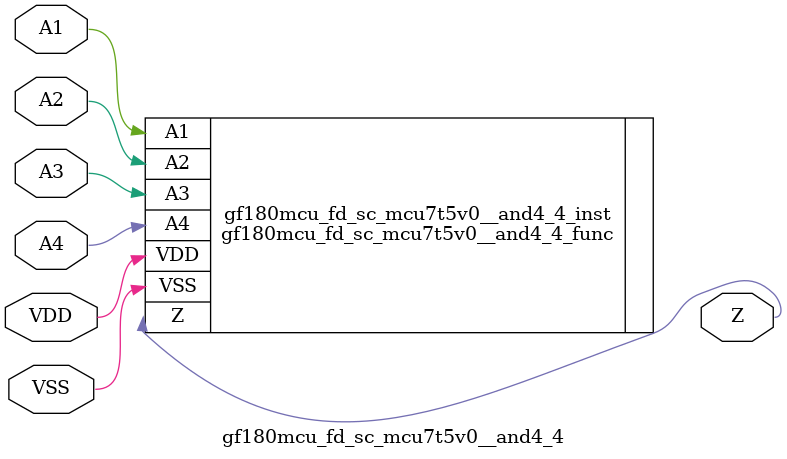
<source format=v>

module gf180mcu_fd_sc_mcu7t5v0__and4_4( A4, A3, A1, A2, Z, VDD, VSS );
input A1, A2, A3, A4;
inout VDD, VSS;
output Z;

   `ifdef FUNCTIONAL  //  functional //

	gf180mcu_fd_sc_mcu7t5v0__and4_4_func gf180mcu_fd_sc_mcu7t5v0__and4_4_behav_inst(.A4(A4),.A3(A3),.A1(A1),.A2(A2),.Z(Z),.VDD(VDD),.VSS(VSS));

   `else

	gf180mcu_fd_sc_mcu7t5v0__and4_4_func gf180mcu_fd_sc_mcu7t5v0__and4_4_inst(.A4(A4),.A3(A3),.A1(A1),.A2(A2),.Z(Z),.VDD(VDD),.VSS(VSS));

	// spec_gates_begin


	// spec_gates_end



   specify

	// specify_block_begin

	// comb arc A1 --> Z
	 (A1 => Z) = (1.0,1.0);

	// comb arc A2 --> Z
	 (A2 => Z) = (1.0,1.0);

	// comb arc A3 --> Z
	 (A3 => Z) = (1.0,1.0);

	// comb arc A4 --> Z
	 (A4 => Z) = (1.0,1.0);

	// specify_block_end

   endspecify

   `endif

endmodule

</source>
